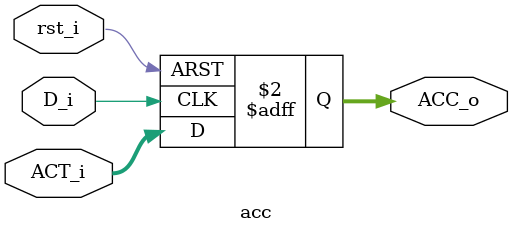
<source format=v>
`timescale 1ns / 1ps

//Modulo Acumulador Final
module acc (
    input D_i,
	input rst_i,
	input      [3:0] ACT_i,
	output reg [3:0] ACC_o
);	
		
  always @(posedge D_i or posedge rst_i)
    begin
	   if (rst_i)
        ACC_o <= 4'b0000;
		else
	     ACC_o <= ACT_i;
	 end

endmodule 

</source>
